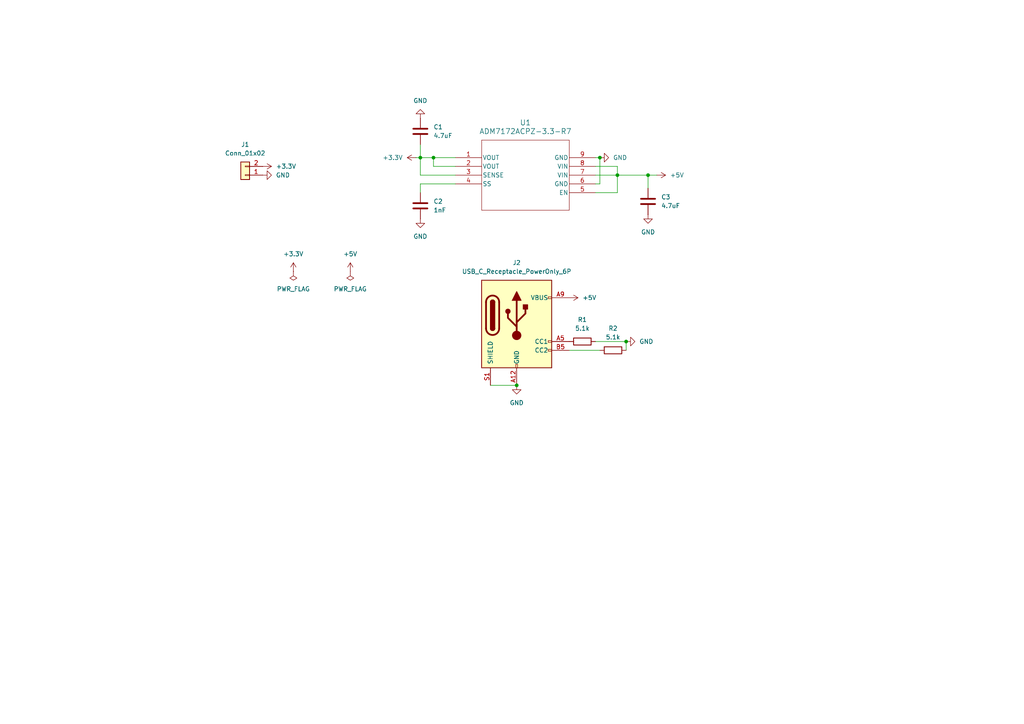
<source format=kicad_sch>
(kicad_sch (version 20231120) (generator "eeschema") (generator_version "8.0")
  (paper "A4")
  (lib_symbols
    (symbol "ADM7172ACPZ-3.3-R7:ADM7172ACPZ-3.3-R7" (pin_names (offset 0.254))
      (property "Reference" "U1" (at 20.32 10.16 0))
      (property "Value" "ADM7172ACPZ-3.3-R7" (at 20.32 7.62 0))
      (symbol "ADM7172ACPZ-3.3-R7_0_1"
        (polyline (pts (xy 7.62 -15.24) (xy 33.02 -15.24)) (stroke (width 0.127)))
        (polyline (pts (xy 7.62 5.08) (xy 7.62 -15.24)) (stroke (width 0.127)))
        (polyline (pts (xy 33.02 -15.24) (xy 33.02 5.08)) (stroke (width 0.127)))
        (polyline (pts (xy 33.02 5.08) (xy 7.62 5.08)) (stroke (width 0.127)))
        (pin passive line (at 0 0 0) (length 7.62) (name "VOUT") (number "1"))
        (pin passive line (at 0 -2.54 0) (length 7.62) (name "VOUT") (number "2"))
        (pin unspecified line (at 0 -5.08 0) (length 7.62) (name "SENSE") (number "3"))
        (pin unspecified line (at 0 -7.62 0) (length 7.62) (name "SS") (number "4"))
        (pin input line (at 40.64 -10.16 180) (length 7.62) (name "EN") (number "5"))
        (pin power_out line (at 40.64 -7.62 180) (length 7.62) (name "GND") (number "6"))
        (pin power_in line (at 40.64 -5.08 180) (length 7.62) (name "VIN") (number "7"))
        (pin passive line (at 40.64 -2.54 180) (length 7.62) (name "VIN") (number "8"))
        (pin passive line (at 40.64 0 180) (length 7.62) (name "GND") (number "9"))
      )
    )
    (symbol "Connector:USB_C_Receptacle_PowerOnly_6P" (pin_names (offset 1.016))
      (property "Reference" "J" (at 0 16.51 0))
      (property "Value" "USB_C_Receptacle_PowerOnly_6P" (at 0 13.97 0))
      (symbol "USB_C_Receptacle_PowerOnly_6P_0_0"
        (rectangle (start -0.254 -12.7) (end 0.254 -11.684))
        (rectangle (start 10.16 -7.366) (end 9.144 -7.874))
        (rectangle (start 10.16 -4.826) (end 9.144 -5.334))
        (rectangle (start 10.16 7.874) (end 9.144 7.366))
      )
      (symbol "USB_C_Receptacle_PowerOnly_6P_0_1"
        (rectangle (start -10.16 12.7) (end 10.16 -12.7) (stroke (width 0.254)) (fill (type background)))
        (arc (start -8.89 -1.27) (mid -6.985 -3.1667) (end -5.08 -1.27) (stroke (width 0.508)))
        (arc (start -7.62 -1.27) (mid -6.985 -1.9023) (end -6.35 -1.27) (stroke (width 0.254)))
        (arc (start -7.62 -1.27) (mid -6.985 -1.9023) (end -6.35 -1.27) (stroke (width 0.254)) (fill (type outline)))
        (rectangle (start -7.62 -1.27) (end -6.35 6.35) (stroke (width 0.254)) (fill (type outline)))
        (arc (start -6.35 6.35) (mid -6.985 6.9823) (end -7.62 6.35) (stroke (width 0.254)))
        (arc (start -6.35 6.35) (mid -6.985 6.9823) (end -7.62 6.35) (stroke (width 0.254)) (fill (type outline)))
        (arc (start -5.08 6.35) (mid -6.985 8.2467) (end -8.89 6.35) (stroke (width 0.508)))
        (circle (center -2.54 3.683) (radius 0.635) (stroke (width 0.254)) (fill (type outline)))
        (circle (center 0 -3.302) (radius 1.27) (fill (type outline)))
        (polyline (pts (xy -8.89 -1.27) (xy -8.89 6.35)) (stroke (width 0.508)))
        (polyline (pts (xy -5.08 6.35) (xy -5.08 -1.27)) (stroke (width 0.508)))
        (polyline (pts (xy 0 -3.302) (xy 0 6.858)) (stroke (width 0.508)))
        (polyline (pts (xy 0 -0.762) (xy -2.54 1.778) (xy -2.54 3.048)) (stroke (width 0.508)))
        (polyline (pts (xy 0 0.508) (xy 2.54 3.048) (xy 2.54 4.318)) (stroke (width 0.508)))
        (polyline (pts (xy -1.27 6.858) (xy 0 9.398) (xy 1.27 6.858) (xy -1.27 6.858)) (stroke (width 0.254)) (fill (type outline)))
        (rectangle (start 1.905 4.318) (end 3.175 5.588) (stroke (width 0.254)) (fill (type outline)))
      )
      (symbol "USB_C_Receptacle_PowerOnly_6P_1_1"
        (pin passive line (at 0 -17.78 90) (length 5.08) (name "GND") (number "A12"))
        (pin bidirectional line (at 15.24 -5.08 180) (length 5.08) (name "CC1") (number "A5"))
        (pin passive line (at 15.24 7.62 180) (length 5.08) (name "VBUS") (number "A9"))
        (pin passive line (at 0 -17.78 90) (length 5.08) hide (name "GND") (number "B12"))
        (pin bidirectional line (at 15.24 -7.62 180) (length 5.08) (name "CC2") (number "B5"))
        (pin passive line (at 15.24 7.62 180) (length 5.08) hide (name "VBUS") (number "B9"))
        (pin passive line (at -7.62 -17.78 90) (length 5.08) (name "SHIELD") (number "S1"))
      )
    )
    (symbol "Connector_Generic:Conn_01x02" (pin_names (offset 1.016) hide)
      (property "Reference" "J" (at 0 2.54 0))
      (property "Value" "Conn_01x02" (at 0 -5.08 0))
      (symbol "Conn_01x02_1_1"
        (rectangle (start -1.27 -2.413) (end 0 -2.667) (stroke (width 0.1524)))
        (rectangle (start -1.27 0.127) (end 0 -0.127) (stroke (width 0.1524)))
        (rectangle (start -1.27 1.27) (end 1.27 -3.81) (stroke (width 0.254)) (fill (type background)))
        (pin passive line (at -5.08 0 0) (length 3.81) (name "Pin_1") (number "1"))
        (pin passive line (at -5.08 -2.54 0) (length 3.81) (name "Pin_2") (number "2"))
      )
    )
    (symbol "Device:C" (pin_numbers hide) (pin_names (offset 0.254))
      (property "Reference" "C" (at 0.635 2.54 0))
      (property "Value" "C" (at 0.635 -2.54 0))
      (symbol "C_0_1"
        (polyline (pts (xy -2.032 -0.762) (xy 2.032 -0.762)) (stroke (width 0.508)))
        (polyline (pts (xy -2.032 0.762) (xy 2.032 0.762)) (stroke (width 0.508)))
      )
      (symbol "C_1_1"
        (pin passive line (at 0 3.81 270) (length 2.794) (name "~") (number "1"))
        (pin passive line (at 0 -3.81 90) (length 2.794) (name "~") (number "2"))
      )
    )
    (symbol "Device:R" (pin_numbers hide) (pin_names (offset 0))
      (property "Reference" "R" (at 2.032 0 90))
      (property "Value" "R" (at 0 0 90))
      (symbol "R_0_1"
        (rectangle (start -1.016 -2.54) (end 1.016 2.54) (stroke (width 0.254)))
      )
      (symbol "R_1_1"
        (pin passive line (at 0 3.81 270) (length 1.27) (name "~") (number "1"))
        (pin passive line (at 0 -3.81 90) (length 1.27) (name "~") (number "2"))
      )
    )
    (symbol "power:+3.3V" (power) (pin_numbers hide) (pin_names (offset 0) hide)
      (property "Value" "+3.3V" (at 0 3.556 0))
      (symbol "+3.3V_0_1"
        (polyline (pts (xy -0.762 1.27) (xy 0 2.54)))
        (polyline (pts (xy 0 0) (xy 0 2.54)))
        (polyline (pts (xy 0 2.54) (xy 0.762 1.27)))
      )
      (symbol "+3.3V_1_1"
        (pin power_in line (at 0 0 90) (length 0) (name "~") (number "1"))
      )
    )
    (symbol "power:+5V" (power) (pin_numbers hide) (pin_names (offset 0) hide)
      (property "Value" "+5V" (at 0 3.556 0))
      (symbol "+5V_0_1"
        (polyline (pts (xy -0.762 1.27) (xy 0 2.54)))
        (polyline (pts (xy 0 0) (xy 0 2.54)))
        (polyline (pts (xy 0 2.54) (xy 0.762 1.27)))
      )
      (symbol "+5V_1_1"
        (pin power_in line (at 0 0 90) (length 0) (name "~") (number "1"))
      )
    )
    (symbol "power:GND" (power) (pin_numbers hide) (pin_names (offset 0) hide)
      (property "Value" "GND" (at 0 -3.81 0))
      (symbol "GND_0_1"
        (polyline (pts (xy 0 0) (xy 0 -1.27) (xy 1.27 -1.27) (xy 0 -2.54) (xy -1.27 -1.27) (xy 0 -1.27)))
      )
      (symbol "GND_1_1"
        (pin power_in line (at 0 0 270) (length 0) (name "~") (number "1"))
      )
    )
    (symbol "power:PWR_FLAG" (power) (pin_numbers hide) (pin_names (offset 0) hide)
      (property "Value" "PWR_FLAG" (at 0 3.81 0))
      (symbol "PWR_FLAG_0_0"
        (pin power_out line (at 0 0 90) (length 0) (name "~") (number "1"))
      )
      (symbol "PWR_FLAG_0_1"
        (polyline (pts (xy 0 0) (xy 0 1.27) (xy -1.016 1.905) (xy 0 2.54) (xy 1.016 1.905) (xy 0 1.27)))
      )
    )
  )
  (junction (at 149.86 111.76))
  (junction (at 181.61 99.06))
  (junction (at 179.07 50.8))
  (junction (at 121.92 45.72))
  (junction (at 125.73 45.72))
  (junction (at 173.99 45.72))
  (junction (at 187.96 50.8))
  (wire (pts (xy 179.07 55.88) (xy 179.07 50.8)))
  (wire (pts (xy 121.92 53.34) (xy 132.08 53.34)))
  (wire (pts (xy 187.96 50.8) (xy 190.5 50.8)))
  (wire (pts (xy 165.1 101.6) (xy 173.99 101.6)))
  (wire (pts (xy 179.07 50.8) (xy 187.96 50.8)))
  (wire (pts (xy 125.73 48.26) (xy 125.73 45.72)))
  (wire (pts (xy 172.72 48.26) (xy 179.07 48.26)))
  (wire (pts (xy 125.73 45.72) (xy 132.08 45.72)))
  (wire (pts (xy 120.65 45.72) (xy 121.92 45.72)))
  (wire (pts (xy 132.08 50.8) (xy 121.92 50.8)))
  (wire (pts (xy 172.72 45.72) (xy 173.99 45.72)))
  (wire (pts (xy 172.72 55.88) (xy 179.07 55.88)))
  (wire (pts (xy 181.61 99.06) (xy 181.61 101.6)))
  (wire (pts (xy 142.24 111.76) (xy 149.86 111.76)))
  (wire (pts (xy 172.72 53.34) (xy 173.99 53.34)))
  (wire (pts (xy 121.92 50.8) (xy 121.92 45.72)))
  (wire (pts (xy 121.92 45.72) (xy 125.73 45.72)))
  (wire (pts (xy 187.96 50.8) (xy 187.96 54.61)))
  (wire (pts (xy 172.72 50.8) (xy 179.07 50.8)))
  (wire (pts (xy 121.92 41.91) (xy 121.92 45.72)))
  (wire (pts (xy 121.92 55.88) (xy 121.92 53.34)))
  (wire (pts (xy 132.08 48.26) (xy 125.73 48.26)))
  (wire (pts (xy 173.99 53.34) (xy 173.99 45.72)))
  (wire (pts (xy 172.72 99.06) (xy 181.61 99.06)))
  (wire (pts (xy 179.07 48.26) (xy 179.07 50.8)))
  (symbol (lib_id "power:+5V") (at 101.6 78.74 0) (unit 1)
    (property "Reference" "#PWR04" (effects (hide yes)))
    (property "Value" "+5V" (at 101.6 73.66 0))
    (property "Description" "Power symbol creates a global label with name \"+5V\"" (effects (hide yes)))
  )
  (symbol (lib_id "power:PWR_FLAG") (at 101.6 78.74 180) (unit 1)
    (property "Reference" "#FLG02" (effects (hide yes)))
    (property "Value" "PWR_FLAG" (at 101.6 83.82 0))
    (property "Description" "Special symbol for telling ERC where power comes from" (effects (hide yes)))
  )
  (symbol (lib_id "Device:C") (at 187.96 58.42 0) (unit 1)
    (property "Reference" "C3" (at 191.77 57.1499 0) (effects (justify left)))
    (property "Value" "4.7uF" (at 191.77 59.6899 0) (effects (justify left)))
    (property "Footprint" "Capacitor_SMD:C_0603_1608Metric" (effects (hide yes)))
    (property "Description" "Unpolarized capacitor" (effects (hide yes)))
  )
  (symbol (lib_id "Device:C") (at 121.92 59.69 0) (unit 1)
    (property "Reference" "C2" (at 125.73 58.4199 0) (effects (justify left)))
    (property "Value" "1nF" (at 125.73 60.9599 0) (effects (justify left)))
    (property "Footprint" "Capacitor_SMD:C_0603_1608Metric" (effects (hide yes)))
    (property "Description" "Unpolarized capacitor" (effects (hide yes)))
  )
  (symbol (lib_id "Connector:USB_C_Receptacle_PowerOnly_6P") (at 149.86 93.98 0) (unit 1)
    (property "Reference" "J2" (at 149.86 76.2 0))
    (property "Value" "USB_C_Receptacle_PowerOnly_6P" (at 149.86 78.74 0))
    (property "Footprint" "MC_301D:MC-301D USB Type C Female Connector" (effects (hide yes)))
    (property "Datasheet" "https://www.usb.org/sites/default/files/documents/usb_type-c.zip" (effects (hide yes)))
    (property "Description" "USB Power-Only 6P Type-C Receptacle connector" (effects (hide yes)))
  )
  (symbol (lib_id "power:+3.3V") (at 120.65 45.72 90) (unit 1)
    (property "Reference" "#PWR05" (effects (hide yes)))
    (property "Value" "+3.3V" (at 116.84 45.7199 90) (effects (justify left)))
    (property "Description" "Power symbol creates a global label with name \"+3.3V\"" (effects (hide yes)))
  )
  (symbol (lib_id "power:+5V") (at 190.5 50.8 270) (unit 1)
    (property "Reference" "#PWR013" (effects (hide yes)))
    (property "Value" "+5V" (at 194.31 50.7999 90) (effects (justify left)))
    (property "Description" "Power symbol creates a global label with name \"+5V\"" (effects (hide yes)))
  )
  (symbol (lib_id "power:+3.3V") (at 76.2 48.26 270) (unit 1)
    (property "Reference" "#PWR01" (effects (hide yes)))
    (property "Value" "+3.3V" (at 80.01 48.2599 90) (effects (justify left)))
    (property "Description" "Power symbol creates a global label with name \"+3.3V\"" (effects (hide yes)))
  )
  (symbol (lib_id "power:GND") (at 149.86 111.76 0) (unit 1)
    (property "Reference" "#PWR08" (effects (hide yes)))
    (property "Value" "GND" (at 149.86 116.84 0))
    (property "Description" "Power symbol creates a global label with name \"GND\" , ground" (effects (hide yes)))
  )
  (symbol (lib_id "power:GND") (at 187.96 62.23 0) (unit 1)
    (property "Reference" "#PWR012" (effects (hide yes)))
    (property "Value" "GND" (at 187.96 67.31 0))
    (property "Description" "Power symbol creates a global label with name \"GND\" , ground" (effects (hide yes)))
  )
  (symbol (lib_id "power:PWR_FLAG") (at 85.09 78.74 180) (unit 1)
    (property "Reference" "#FLG01" (effects (hide yes)))
    (property "Value" "PWR_FLAG" (at 85.09 83.82 0))
    (property "Description" "Special symbol for telling ERC where power comes from" (effects (hide yes)))
  )
  (symbol (lib_id "power:GND") (at 121.92 63.5 0) (unit 1)
    (property "Reference" "#PWR07" (effects (hide yes)))
    (property "Value" "GND" (at 121.92 68.58 0))
    (property "Description" "Power symbol creates a global label with name \"GND\" , ground" (effects (hide yes)))
  )
  (symbol (lib_id "power:GND") (at 121.92 34.29 180) (unit 1)
    (property "Reference" "#PWR06" (effects (hide yes)))
    (property "Value" "GND" (at 121.92 29.21 0))
    (property "Description" "Power symbol creates a global label with name \"GND\" , ground" (effects (hide yes)))
  )
  (symbol (lib_id "Connector_Generic:Conn_01x02") (at 71.12 50.8 180) (unit 1)
    (property "Reference" "J1" (at 71.12 41.91 0))
    (property "Value" "Conn_01x02" (at 71.12 44.45 0))
    (property "Footprint" "Connector_PinHeader_2.54mm:PinHeader_1x02_P2.54mm_Vertical" (effects (hide yes)))
    (property "Description" "Generic connector, single row, 01x02, script generated (kicad-library-utils/schlib/autogen/connector/)" (effects (hide yes)))
  )
  (symbol (lib_id "Device:C") (at 121.92 38.1 0) (unit 1)
    (property "Reference" "C1" (at 125.73 36.8299 0) (effects (justify left)))
    (property "Value" "4.7uF" (at 125.73 39.3699 0) (effects (justify left)))
    (property "Footprint" "Capacitor_SMD:C_0603_1608Metric" (effects (hide yes)))
    (property "Description" "Unpolarized capacitor" (effects (hide yes)))
  )
  (symbol (lib_id "power:GND") (at 181.61 99.06 90) (unit 1)
    (property "Reference" "#PWR011" (effects (hide yes)))
    (property "Value" "GND" (at 185.42 99.0599 90) (effects (justify right)))
    (property "Description" "Power symbol creates a global label with name \"GND\" , ground" (effects (hide yes)))
  )
  (symbol (lib_id "power:GND") (at 173.99 45.72 90) (unit 1)
    (property "Reference" "#PWR010" (effects (hide yes)))
    (property "Value" "GND" (at 177.8 45.7199 90) (effects (justify right)))
    (property "Description" "Power symbol creates a global label with name \"GND\" , ground" (effects (hide yes)))
  )
  (symbol (lib_id "Device:R") (at 168.91 99.06 90) (unit 1)
    (property "Reference" "R1" (at 168.91 92.71 90))
    (property "Value" "5.1k" (at 168.91 95.25 90))
    (property "Footprint" "Resistor_SMD:R_0805_2012Metric" (effects (hide yes)))
    (property "Description" "Resistor" (effects (hide yes)))
  )
  (symbol (lib_id "ADM7172ACPZ-3.3-R7:ADM7172ACPZ-3.3-R7") (at 132.08 45.72 0) (unit 1)
    (property "Reference" "U1" (at 152.4 35.56 0) (effects (font (size 1.524 1.524))))
    (property "Value" "ADM7172ACPZ-3.3-R7" (at 152.4 38.1 0) (effects (font (size 1.524 1.524))))
    (property "Footprint" "ADM7172ACPZ-3.3-R7:CP-8-21_ADI" (effects (hide yes)))
    (property "Datasheet" "ADM7172ACPZ-3.3-R7" (effects (hide yes)))
  )
  (symbol (lib_id "power:+3.3V") (at 85.09 78.74 0) (unit 1)
    (property "Reference" "#PWR03" (effects (hide yes)))
    (property "Value" "+3.3V" (at 85.09 73.66 0))
    (property "Description" "Power symbol creates a global label with name \"+3.3V\"" (effects (hide yes)))
  )
  (symbol (lib_id "power:+5V") (at 165.1 86.36 270) (unit 1)
    (property "Reference" "#PWR09" (effects (hide yes)))
    (property "Value" "+5V" (at 168.91 86.3599 90) (effects (justify left)))
    (property "Description" "Power symbol creates a global label with name \"+5V\"" (effects (hide yes)))
  )
  (symbol (lib_id "Device:R") (at 177.8 101.6 90) (unit 1)
    (property "Reference" "R2" (at 177.8 95.25 90))
    (property "Value" "5.1k" (at 177.8 97.79 90))
    (property "Footprint" "Resistor_SMD:R_0805_2012Metric" (effects (hide yes)))
    (property "Description" "Resistor" (effects (hide yes)))
  )
  (symbol (lib_id "power:GND") (at 76.2 50.8 90) (unit 1)
    (property "Reference" "#PWR02" (effects (hide yes)))
    (property "Value" "GND" (at 80.01 50.7999 90) (effects (justify right)))
    (property "Description" "Power symbol creates a global label with name \"GND\" , ground" (effects (hide yes)))
  )
)
</source>
